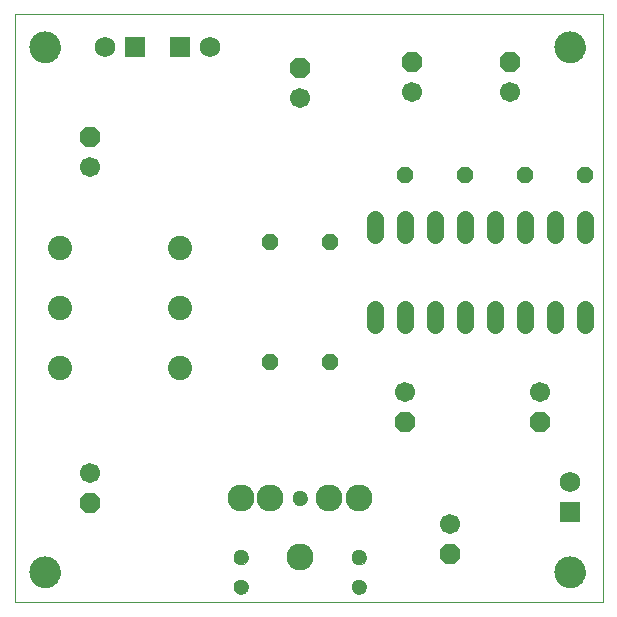
<source format=gts>
G75*
G70*
%OFA0B0*%
%FSLAX24Y24*%
%IPPOS*%
%LPD*%
%AMOC8*
5,1,8,0,0,1.08239X$1,22.5*
%
%ADD10C,0.0000*%
%ADD11C,0.1040*%
%ADD12C,0.0560*%
%ADD13OC8,0.0670*%
%ADD14C,0.0670*%
%ADD15OC8,0.0560*%
%ADD16C,0.0808*%
%ADD17C,0.0512*%
%ADD18C,0.0900*%
%ADD19R,0.0690X0.0690*%
%ADD20C,0.0690*%
D10*
X000131Y001209D02*
X000131Y020809D01*
X019731Y020809D01*
X019731Y001209D01*
X000131Y001209D01*
X000631Y002209D02*
X000633Y002253D01*
X000639Y002297D01*
X000649Y002340D01*
X000662Y002382D01*
X000679Y002423D01*
X000700Y002462D01*
X000724Y002499D01*
X000751Y002534D01*
X000781Y002566D01*
X000814Y002596D01*
X000850Y002622D01*
X000887Y002646D01*
X000927Y002665D01*
X000968Y002682D01*
X001011Y002694D01*
X001054Y002703D01*
X001098Y002708D01*
X001142Y002709D01*
X001186Y002706D01*
X001230Y002699D01*
X001273Y002688D01*
X001315Y002674D01*
X001355Y002656D01*
X001394Y002634D01*
X001430Y002610D01*
X001464Y002582D01*
X001496Y002551D01*
X001525Y002517D01*
X001551Y002481D01*
X001573Y002443D01*
X001592Y002403D01*
X001607Y002361D01*
X001619Y002319D01*
X001627Y002275D01*
X001631Y002231D01*
X001631Y002187D01*
X001627Y002143D01*
X001619Y002099D01*
X001607Y002057D01*
X001592Y002015D01*
X001573Y001975D01*
X001551Y001937D01*
X001525Y001901D01*
X001496Y001867D01*
X001464Y001836D01*
X001430Y001808D01*
X001394Y001784D01*
X001355Y001762D01*
X001315Y001744D01*
X001273Y001730D01*
X001230Y001719D01*
X001186Y001712D01*
X001142Y001709D01*
X001098Y001710D01*
X001054Y001715D01*
X001011Y001724D01*
X000968Y001736D01*
X000927Y001753D01*
X000887Y001772D01*
X000850Y001796D01*
X000814Y001822D01*
X000781Y001852D01*
X000751Y001884D01*
X000724Y001919D01*
X000700Y001956D01*
X000679Y001995D01*
X000662Y002036D01*
X000649Y002078D01*
X000639Y002121D01*
X000633Y002165D01*
X000631Y002209D01*
X007427Y001725D02*
X007429Y001755D01*
X007435Y001785D01*
X007444Y001814D01*
X007457Y001841D01*
X007474Y001866D01*
X007493Y001889D01*
X007516Y001910D01*
X007541Y001927D01*
X007567Y001941D01*
X007596Y001951D01*
X007625Y001958D01*
X007655Y001961D01*
X007686Y001960D01*
X007716Y001955D01*
X007745Y001946D01*
X007772Y001934D01*
X007798Y001919D01*
X007822Y001900D01*
X007843Y001878D01*
X007861Y001854D01*
X007876Y001827D01*
X007887Y001799D01*
X007895Y001770D01*
X007899Y001740D01*
X007899Y001710D01*
X007895Y001680D01*
X007887Y001651D01*
X007876Y001623D01*
X007861Y001596D01*
X007843Y001572D01*
X007822Y001550D01*
X007798Y001531D01*
X007772Y001516D01*
X007745Y001504D01*
X007716Y001495D01*
X007686Y001490D01*
X007655Y001489D01*
X007625Y001492D01*
X007596Y001499D01*
X007567Y001509D01*
X007541Y001523D01*
X007516Y001540D01*
X007493Y001561D01*
X007474Y001584D01*
X007457Y001609D01*
X007444Y001636D01*
X007435Y001665D01*
X007429Y001695D01*
X007427Y001725D01*
X007427Y002709D02*
X007429Y002739D01*
X007435Y002769D01*
X007444Y002798D01*
X007457Y002825D01*
X007474Y002850D01*
X007493Y002873D01*
X007516Y002894D01*
X007541Y002911D01*
X007567Y002925D01*
X007596Y002935D01*
X007625Y002942D01*
X007655Y002945D01*
X007686Y002944D01*
X007716Y002939D01*
X007745Y002930D01*
X007772Y002918D01*
X007798Y002903D01*
X007822Y002884D01*
X007843Y002862D01*
X007861Y002838D01*
X007876Y002811D01*
X007887Y002783D01*
X007895Y002754D01*
X007899Y002724D01*
X007899Y002694D01*
X007895Y002664D01*
X007887Y002635D01*
X007876Y002607D01*
X007861Y002580D01*
X007843Y002556D01*
X007822Y002534D01*
X007798Y002515D01*
X007772Y002500D01*
X007745Y002488D01*
X007716Y002479D01*
X007686Y002474D01*
X007655Y002473D01*
X007625Y002476D01*
X007596Y002483D01*
X007567Y002493D01*
X007541Y002507D01*
X007516Y002524D01*
X007493Y002545D01*
X007474Y002568D01*
X007457Y002593D01*
X007444Y002620D01*
X007435Y002649D01*
X007429Y002679D01*
X007427Y002709D01*
X009395Y004678D02*
X009397Y004708D01*
X009403Y004738D01*
X009412Y004767D01*
X009425Y004794D01*
X009442Y004819D01*
X009461Y004842D01*
X009484Y004863D01*
X009509Y004880D01*
X009535Y004894D01*
X009564Y004904D01*
X009593Y004911D01*
X009623Y004914D01*
X009654Y004913D01*
X009684Y004908D01*
X009713Y004899D01*
X009740Y004887D01*
X009766Y004872D01*
X009790Y004853D01*
X009811Y004831D01*
X009829Y004807D01*
X009844Y004780D01*
X009855Y004752D01*
X009863Y004723D01*
X009867Y004693D01*
X009867Y004663D01*
X009863Y004633D01*
X009855Y004604D01*
X009844Y004576D01*
X009829Y004549D01*
X009811Y004525D01*
X009790Y004503D01*
X009766Y004484D01*
X009740Y004469D01*
X009713Y004457D01*
X009684Y004448D01*
X009654Y004443D01*
X009623Y004442D01*
X009593Y004445D01*
X009564Y004452D01*
X009535Y004462D01*
X009509Y004476D01*
X009484Y004493D01*
X009461Y004514D01*
X009442Y004537D01*
X009425Y004562D01*
X009412Y004589D01*
X009403Y004618D01*
X009397Y004648D01*
X009395Y004678D01*
X011364Y002709D02*
X011366Y002739D01*
X011372Y002769D01*
X011381Y002798D01*
X011394Y002825D01*
X011411Y002850D01*
X011430Y002873D01*
X011453Y002894D01*
X011478Y002911D01*
X011504Y002925D01*
X011533Y002935D01*
X011562Y002942D01*
X011592Y002945D01*
X011623Y002944D01*
X011653Y002939D01*
X011682Y002930D01*
X011709Y002918D01*
X011735Y002903D01*
X011759Y002884D01*
X011780Y002862D01*
X011798Y002838D01*
X011813Y002811D01*
X011824Y002783D01*
X011832Y002754D01*
X011836Y002724D01*
X011836Y002694D01*
X011832Y002664D01*
X011824Y002635D01*
X011813Y002607D01*
X011798Y002580D01*
X011780Y002556D01*
X011759Y002534D01*
X011735Y002515D01*
X011709Y002500D01*
X011682Y002488D01*
X011653Y002479D01*
X011623Y002474D01*
X011592Y002473D01*
X011562Y002476D01*
X011533Y002483D01*
X011504Y002493D01*
X011478Y002507D01*
X011453Y002524D01*
X011430Y002545D01*
X011411Y002568D01*
X011394Y002593D01*
X011381Y002620D01*
X011372Y002649D01*
X011366Y002679D01*
X011364Y002709D01*
X011364Y001725D02*
X011366Y001755D01*
X011372Y001785D01*
X011381Y001814D01*
X011394Y001841D01*
X011411Y001866D01*
X011430Y001889D01*
X011453Y001910D01*
X011478Y001927D01*
X011504Y001941D01*
X011533Y001951D01*
X011562Y001958D01*
X011592Y001961D01*
X011623Y001960D01*
X011653Y001955D01*
X011682Y001946D01*
X011709Y001934D01*
X011735Y001919D01*
X011759Y001900D01*
X011780Y001878D01*
X011798Y001854D01*
X011813Y001827D01*
X011824Y001799D01*
X011832Y001770D01*
X011836Y001740D01*
X011836Y001710D01*
X011832Y001680D01*
X011824Y001651D01*
X011813Y001623D01*
X011798Y001596D01*
X011780Y001572D01*
X011759Y001550D01*
X011735Y001531D01*
X011709Y001516D01*
X011682Y001504D01*
X011653Y001495D01*
X011623Y001490D01*
X011592Y001489D01*
X011562Y001492D01*
X011533Y001499D01*
X011504Y001509D01*
X011478Y001523D01*
X011453Y001540D01*
X011430Y001561D01*
X011411Y001584D01*
X011394Y001609D01*
X011381Y001636D01*
X011372Y001665D01*
X011366Y001695D01*
X011364Y001725D01*
X018131Y002209D02*
X018133Y002253D01*
X018139Y002297D01*
X018149Y002340D01*
X018162Y002382D01*
X018179Y002423D01*
X018200Y002462D01*
X018224Y002499D01*
X018251Y002534D01*
X018281Y002566D01*
X018314Y002596D01*
X018350Y002622D01*
X018387Y002646D01*
X018427Y002665D01*
X018468Y002682D01*
X018511Y002694D01*
X018554Y002703D01*
X018598Y002708D01*
X018642Y002709D01*
X018686Y002706D01*
X018730Y002699D01*
X018773Y002688D01*
X018815Y002674D01*
X018855Y002656D01*
X018894Y002634D01*
X018930Y002610D01*
X018964Y002582D01*
X018996Y002551D01*
X019025Y002517D01*
X019051Y002481D01*
X019073Y002443D01*
X019092Y002403D01*
X019107Y002361D01*
X019119Y002319D01*
X019127Y002275D01*
X019131Y002231D01*
X019131Y002187D01*
X019127Y002143D01*
X019119Y002099D01*
X019107Y002057D01*
X019092Y002015D01*
X019073Y001975D01*
X019051Y001937D01*
X019025Y001901D01*
X018996Y001867D01*
X018964Y001836D01*
X018930Y001808D01*
X018894Y001784D01*
X018855Y001762D01*
X018815Y001744D01*
X018773Y001730D01*
X018730Y001719D01*
X018686Y001712D01*
X018642Y001709D01*
X018598Y001710D01*
X018554Y001715D01*
X018511Y001724D01*
X018468Y001736D01*
X018427Y001753D01*
X018387Y001772D01*
X018350Y001796D01*
X018314Y001822D01*
X018281Y001852D01*
X018251Y001884D01*
X018224Y001919D01*
X018200Y001956D01*
X018179Y001995D01*
X018162Y002036D01*
X018149Y002078D01*
X018139Y002121D01*
X018133Y002165D01*
X018131Y002209D01*
X018131Y019709D02*
X018133Y019753D01*
X018139Y019797D01*
X018149Y019840D01*
X018162Y019882D01*
X018179Y019923D01*
X018200Y019962D01*
X018224Y019999D01*
X018251Y020034D01*
X018281Y020066D01*
X018314Y020096D01*
X018350Y020122D01*
X018387Y020146D01*
X018427Y020165D01*
X018468Y020182D01*
X018511Y020194D01*
X018554Y020203D01*
X018598Y020208D01*
X018642Y020209D01*
X018686Y020206D01*
X018730Y020199D01*
X018773Y020188D01*
X018815Y020174D01*
X018855Y020156D01*
X018894Y020134D01*
X018930Y020110D01*
X018964Y020082D01*
X018996Y020051D01*
X019025Y020017D01*
X019051Y019981D01*
X019073Y019943D01*
X019092Y019903D01*
X019107Y019861D01*
X019119Y019819D01*
X019127Y019775D01*
X019131Y019731D01*
X019131Y019687D01*
X019127Y019643D01*
X019119Y019599D01*
X019107Y019557D01*
X019092Y019515D01*
X019073Y019475D01*
X019051Y019437D01*
X019025Y019401D01*
X018996Y019367D01*
X018964Y019336D01*
X018930Y019308D01*
X018894Y019284D01*
X018855Y019262D01*
X018815Y019244D01*
X018773Y019230D01*
X018730Y019219D01*
X018686Y019212D01*
X018642Y019209D01*
X018598Y019210D01*
X018554Y019215D01*
X018511Y019224D01*
X018468Y019236D01*
X018427Y019253D01*
X018387Y019272D01*
X018350Y019296D01*
X018314Y019322D01*
X018281Y019352D01*
X018251Y019384D01*
X018224Y019419D01*
X018200Y019456D01*
X018179Y019495D01*
X018162Y019536D01*
X018149Y019578D01*
X018139Y019621D01*
X018133Y019665D01*
X018131Y019709D01*
X000631Y019709D02*
X000633Y019753D01*
X000639Y019797D01*
X000649Y019840D01*
X000662Y019882D01*
X000679Y019923D01*
X000700Y019962D01*
X000724Y019999D01*
X000751Y020034D01*
X000781Y020066D01*
X000814Y020096D01*
X000850Y020122D01*
X000887Y020146D01*
X000927Y020165D01*
X000968Y020182D01*
X001011Y020194D01*
X001054Y020203D01*
X001098Y020208D01*
X001142Y020209D01*
X001186Y020206D01*
X001230Y020199D01*
X001273Y020188D01*
X001315Y020174D01*
X001355Y020156D01*
X001394Y020134D01*
X001430Y020110D01*
X001464Y020082D01*
X001496Y020051D01*
X001525Y020017D01*
X001551Y019981D01*
X001573Y019943D01*
X001592Y019903D01*
X001607Y019861D01*
X001619Y019819D01*
X001627Y019775D01*
X001631Y019731D01*
X001631Y019687D01*
X001627Y019643D01*
X001619Y019599D01*
X001607Y019557D01*
X001592Y019515D01*
X001573Y019475D01*
X001551Y019437D01*
X001525Y019401D01*
X001496Y019367D01*
X001464Y019336D01*
X001430Y019308D01*
X001394Y019284D01*
X001355Y019262D01*
X001315Y019244D01*
X001273Y019230D01*
X001230Y019219D01*
X001186Y019212D01*
X001142Y019209D01*
X001098Y019210D01*
X001054Y019215D01*
X001011Y019224D01*
X000968Y019236D01*
X000927Y019253D01*
X000887Y019272D01*
X000850Y019296D01*
X000814Y019322D01*
X000781Y019352D01*
X000751Y019384D01*
X000724Y019419D01*
X000700Y019456D01*
X000679Y019495D01*
X000662Y019536D01*
X000649Y019578D01*
X000639Y019621D01*
X000633Y019665D01*
X000631Y019709D01*
D11*
X001131Y019709D03*
X001131Y002209D03*
X018631Y002209D03*
X018631Y019709D03*
D12*
X018131Y013969D02*
X018131Y013449D01*
X017131Y013449D02*
X017131Y013969D01*
X016131Y013969D02*
X016131Y013449D01*
X015131Y013449D02*
X015131Y013969D01*
X014131Y013969D02*
X014131Y013449D01*
X013131Y013449D02*
X013131Y013969D01*
X012131Y013969D02*
X012131Y013449D01*
X012131Y010969D02*
X012131Y010449D01*
X013131Y010449D02*
X013131Y010969D01*
X014131Y010969D02*
X014131Y010449D01*
X015131Y010449D02*
X015131Y010969D01*
X016131Y010969D02*
X016131Y010449D01*
X017131Y010449D02*
X017131Y010969D01*
X018131Y010969D02*
X018131Y010449D01*
X019131Y010449D02*
X019131Y010969D01*
X019131Y013449D02*
X019131Y013969D01*
D13*
X016631Y019209D03*
X013381Y019209D03*
X009631Y019009D03*
X002631Y016709D03*
X013131Y007209D03*
X014631Y002809D03*
X017631Y007209D03*
X002631Y004509D03*
D14*
X002631Y005509D03*
X002631Y015709D03*
X009631Y018009D03*
X013381Y018209D03*
X016631Y018209D03*
X017631Y008209D03*
X014631Y003809D03*
X013131Y008209D03*
D15*
X010631Y009209D03*
X008631Y009209D03*
X008631Y013209D03*
X010631Y013209D03*
X013131Y015459D03*
X015131Y015459D03*
X017131Y015459D03*
X019131Y015459D03*
D16*
X005631Y013009D03*
X005631Y011009D03*
X005631Y009009D03*
X001631Y009009D03*
X001631Y011009D03*
X001631Y013009D03*
D17*
X009631Y004678D03*
X007663Y002709D03*
X007663Y001725D03*
X011600Y001725D03*
X011600Y002709D03*
D18*
X011600Y004678D03*
X010615Y004678D03*
X008647Y004678D03*
X007663Y004678D03*
X009631Y002709D03*
D19*
X018631Y004209D03*
X005631Y019709D03*
X004131Y019709D03*
D20*
X003131Y019709D03*
X006631Y019709D03*
X018631Y005209D03*
M02*

</source>
